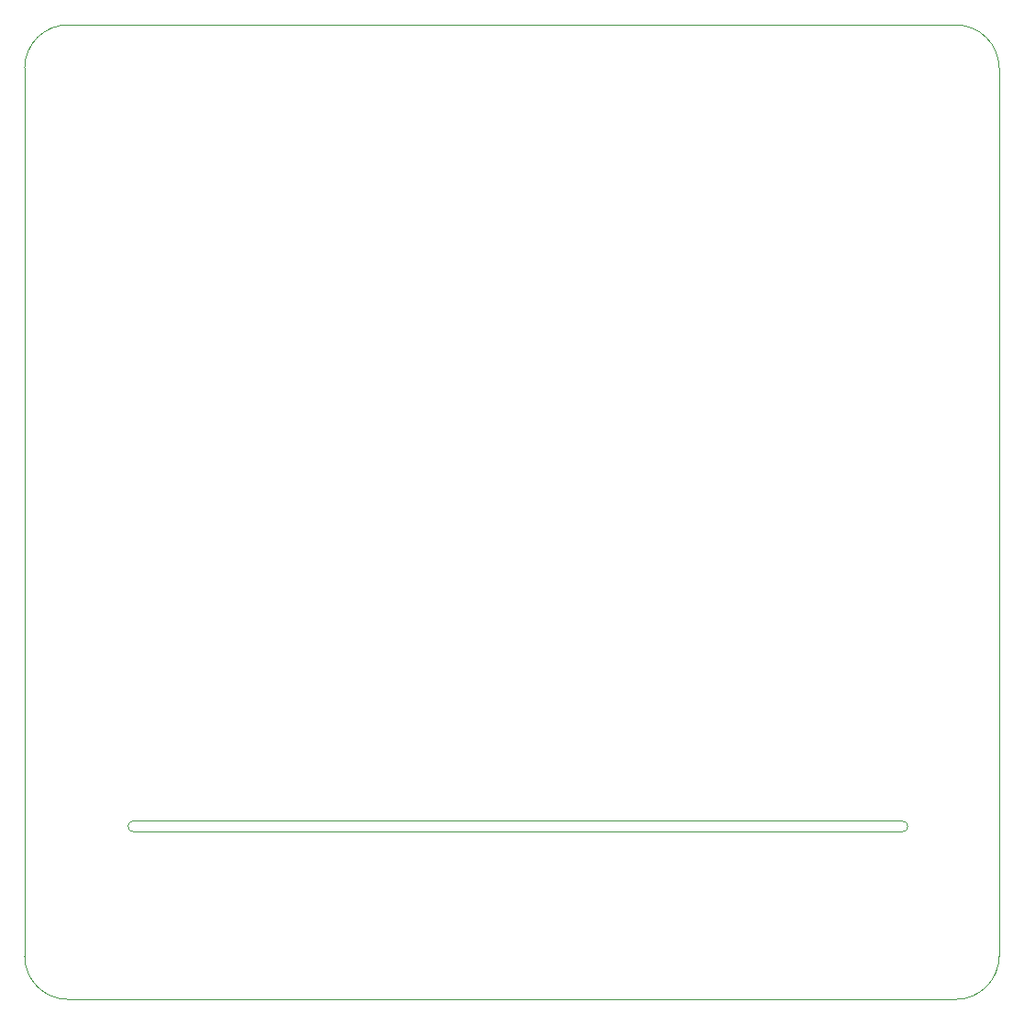
<source format=gbr>
%TF.GenerationSoftware,KiCad,Pcbnew,5.99.0+really5.1.10+dfsg1-1*%
%TF.CreationDate,2022-03-13T14:28:09+01:00*%
%TF.ProjectId,terrarium,74657272-6172-4697-956d-2e6b69636164,rev?*%
%TF.SameCoordinates,Original*%
%TF.FileFunction,Profile,NP*%
%FSLAX46Y46*%
G04 Gerber Fmt 4.6, Leading zero omitted, Abs format (unit mm)*
G04 Created by KiCad (PCBNEW 5.99.0+really5.1.10+dfsg1-1) date 2022-03-13 14:28:09*
%MOMM*%
%LPD*%
G01*
G04 APERTURE LIST*
%TA.AperFunction,Profile*%
%ADD10C,0.050000*%
%TD*%
G04 APERTURE END LIST*
D10*
X51054000Y-97536000D02*
G75*
G02*
X51054000Y-96520000I0J508000D01*
G01*
X122047000Y-96520000D02*
G75*
G02*
X122047000Y-97536000I0J-508000D01*
G01*
X122047000Y-97536000D02*
X51054000Y-97536000D01*
X51054000Y-96520000D02*
X122047000Y-96520000D01*
X45000000Y-113000000D02*
G75*
G02*
X41000000Y-109000000I0J4000000D01*
G01*
X131000000Y-109000000D02*
G75*
G02*
X127000000Y-113000000I-4000000J0D01*
G01*
X127000000Y-23000000D02*
G75*
G02*
X131000000Y-27000000I0J-4000000D01*
G01*
X41000000Y-27000000D02*
G75*
G02*
X45000000Y-23000000I4000000J0D01*
G01*
X127000000Y-23000000D02*
X45000000Y-23000000D01*
X131000000Y-109000000D02*
X131000000Y-27000000D01*
X45000000Y-113000000D02*
X127000000Y-113000000D01*
X41000000Y-27000000D02*
X41000000Y-109000000D01*
M02*

</source>
